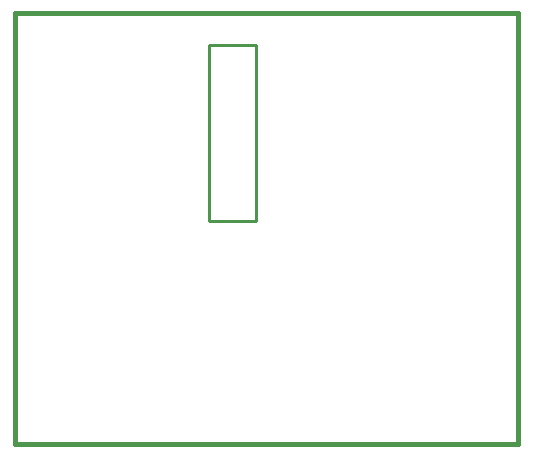
<source format=gko>
G04*
G04 #@! TF.GenerationSoftware,Altium Limited,Altium Designer,23.4.1 (23)*
G04*
G04 Layer_Color=16711935*
%FSLAX25Y25*%
%MOIN*%
G70*
G04*
G04 #@! TF.SameCoordinates,8CB6A174-BB40-4334-975E-19112FE07875*
G04*
G04*
G04 #@! TF.FilePolarity,Positive*
G04*
G01*
G75*
%ADD11C,0.01000*%
%ADD26C,0.01500*%
D11*
X64800Y-46000D02*
X80400D01*
X64800Y12500D02*
X80400D01*
Y-46000D02*
Y12500D01*
X64800Y-46000D02*
Y12500D01*
D26*
X167700Y23200D02*
X167700Y-120400D01*
X0Y23200D02*
X167700D01*
X-0Y-120400D02*
X167700D01*
X-0D02*
X0Y23200D01*
M02*

</source>
